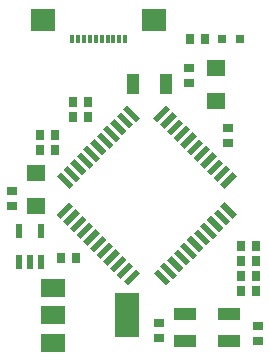
<source format=gtp>
G75*
G70*
%OFA0B0*%
%FSLAX24Y24*%
%IPPOS*%
%LPD*%
%AMOC8*
5,1,8,0,0,1.08239X$1,22.5*
%
%ADD10R,0.0354X0.0276*%
%ADD11R,0.0630X0.0551*%
%ADD12R,0.0276X0.0354*%
%ADD13R,0.0315X0.0315*%
%ADD14R,0.0591X0.0197*%
%ADD15R,0.0197X0.0591*%
%ADD16R,0.0748X0.0433*%
%ADD17R,0.0394X0.0709*%
%ADD18R,0.0217X0.0472*%
%ADD19R,0.0118X0.0315*%
%ADD20R,0.0787X0.0748*%
%ADD21R,0.0787X0.0591*%
%ADD22R,0.0787X0.1496*%
D10*
X000960Y005820D03*
X000960Y006332D03*
X005860Y001932D03*
X005860Y001420D03*
X009160Y001320D03*
X009160Y001832D03*
X008160Y007920D03*
X008160Y008432D03*
X006860Y009920D03*
X006860Y010432D03*
D11*
X007760Y010428D03*
X007760Y009325D03*
X001760Y006928D03*
X001760Y005825D03*
D12*
X001904Y007676D03*
X001904Y008176D03*
X002416Y008176D03*
X002416Y007676D03*
X003004Y008776D03*
X003004Y009276D03*
X003516Y009276D03*
X003516Y008776D03*
X003116Y004076D03*
X002604Y004076D03*
X006904Y011376D03*
X007416Y011376D03*
X008604Y004476D03*
X008604Y003976D03*
X008604Y003476D03*
X008604Y002976D03*
X009116Y002976D03*
X009116Y003476D03*
X009116Y003976D03*
X009116Y004476D03*
D13*
X008555Y011376D03*
X007965Y011376D03*
D14*
G36*
X005093Y008627D02*
X004676Y009042D01*
X004815Y009181D01*
X005232Y008766D01*
X005093Y008627D01*
G37*
G36*
X004871Y008404D02*
X004454Y008819D01*
X004593Y008958D01*
X005010Y008543D01*
X004871Y008404D01*
G37*
G36*
X004648Y008180D02*
X004231Y008595D01*
X004370Y008734D01*
X004787Y008319D01*
X004648Y008180D01*
G37*
G36*
X004426Y007957D02*
X004009Y008372D01*
X004148Y008511D01*
X004565Y008096D01*
X004426Y007957D01*
G37*
G36*
X004204Y007734D02*
X003787Y008149D01*
X003926Y008288D01*
X004343Y007873D01*
X004204Y007734D01*
G37*
G36*
X003982Y007511D02*
X003565Y007926D01*
X003704Y008065D01*
X004121Y007650D01*
X003982Y007511D01*
G37*
G36*
X003759Y007288D02*
X003342Y007703D01*
X003481Y007842D01*
X003898Y007427D01*
X003759Y007288D01*
G37*
G36*
X003537Y007065D02*
X003120Y007480D01*
X003259Y007619D01*
X003676Y007204D01*
X003537Y007065D01*
G37*
G36*
X003315Y006842D02*
X002898Y007257D01*
X003037Y007396D01*
X003454Y006981D01*
X003315Y006842D01*
G37*
G36*
X003092Y006619D02*
X002675Y007034D01*
X002814Y007173D01*
X003231Y006758D01*
X003092Y006619D01*
G37*
G36*
X002870Y006396D02*
X002453Y006811D01*
X002592Y006950D01*
X003009Y006535D01*
X002870Y006396D01*
G37*
G36*
X006105Y003172D02*
X005688Y003587D01*
X005827Y003726D01*
X006244Y003311D01*
X006105Y003172D01*
G37*
G36*
X006327Y003395D02*
X005910Y003810D01*
X006049Y003949D01*
X006466Y003534D01*
X006327Y003395D01*
G37*
G36*
X006550Y003618D02*
X006133Y004033D01*
X006272Y004172D01*
X006689Y003757D01*
X006550Y003618D01*
G37*
G36*
X006772Y003841D02*
X006355Y004256D01*
X006494Y004395D01*
X006911Y003980D01*
X006772Y003841D01*
G37*
G36*
X006994Y004064D02*
X006577Y004479D01*
X006716Y004618D01*
X007133Y004203D01*
X006994Y004064D01*
G37*
G36*
X007216Y004288D02*
X006799Y004703D01*
X006938Y004842D01*
X007355Y004427D01*
X007216Y004288D01*
G37*
G36*
X007439Y004511D02*
X007022Y004926D01*
X007161Y005065D01*
X007578Y004650D01*
X007439Y004511D01*
G37*
G36*
X007661Y004734D02*
X007244Y005149D01*
X007383Y005288D01*
X007800Y004873D01*
X007661Y004734D01*
G37*
G36*
X007883Y004957D02*
X007466Y005372D01*
X007605Y005511D01*
X008022Y005096D01*
X007883Y004957D01*
G37*
G36*
X008106Y005180D02*
X007689Y005595D01*
X007828Y005734D01*
X008245Y005319D01*
X008106Y005180D01*
G37*
G36*
X008328Y005403D02*
X007911Y005818D01*
X008050Y005957D01*
X008467Y005542D01*
X008328Y005403D01*
G37*
D15*
G36*
X008049Y006404D02*
X007910Y006543D01*
X008325Y006960D01*
X008464Y006821D01*
X008049Y006404D01*
G37*
G36*
X007826Y006627D02*
X007687Y006766D01*
X008102Y007183D01*
X008241Y007044D01*
X007826Y006627D01*
G37*
G36*
X007603Y006849D02*
X007464Y006988D01*
X007879Y007405D01*
X008018Y007266D01*
X007603Y006849D01*
G37*
G36*
X007380Y007071D02*
X007241Y007210D01*
X007656Y007627D01*
X007795Y007488D01*
X007380Y007071D01*
G37*
G36*
X007157Y007294D02*
X007018Y007433D01*
X007433Y007850D01*
X007572Y007711D01*
X007157Y007294D01*
G37*
G36*
X006934Y007516D02*
X006795Y007655D01*
X007210Y008072D01*
X007349Y007933D01*
X006934Y007516D01*
G37*
G36*
X006711Y007738D02*
X006572Y007877D01*
X006987Y008294D01*
X007126Y008155D01*
X006711Y007738D01*
G37*
G36*
X006488Y007960D02*
X006349Y008099D01*
X006764Y008516D01*
X006903Y008377D01*
X006488Y007960D01*
G37*
G36*
X006265Y008183D02*
X006126Y008322D01*
X006541Y008739D01*
X006680Y008600D01*
X006265Y008183D01*
G37*
G36*
X006041Y008405D02*
X005902Y008544D01*
X006317Y008961D01*
X006456Y008822D01*
X006041Y008405D01*
G37*
G36*
X005818Y008627D02*
X005679Y008766D01*
X006094Y009183D01*
X006233Y009044D01*
X005818Y008627D01*
G37*
G36*
X003264Y004726D02*
X003125Y004865D01*
X003540Y005282D01*
X003679Y005143D01*
X003264Y004726D01*
G37*
G36*
X003487Y004503D02*
X003348Y004642D01*
X003763Y005059D01*
X003902Y004920D01*
X003487Y004503D01*
G37*
G36*
X003710Y004281D02*
X003571Y004420D01*
X003986Y004837D01*
X004125Y004698D01*
X003710Y004281D01*
G37*
G36*
X003933Y004059D02*
X003794Y004198D01*
X004209Y004615D01*
X004348Y004476D01*
X003933Y004059D01*
G37*
G36*
X004156Y003836D02*
X004017Y003975D01*
X004432Y004392D01*
X004571Y004253D01*
X004156Y003836D01*
G37*
G36*
X004379Y003614D02*
X004240Y003753D01*
X004655Y004170D01*
X004794Y004031D01*
X004379Y003614D01*
G37*
G36*
X004603Y003392D02*
X004464Y003531D01*
X004879Y003948D01*
X005018Y003809D01*
X004603Y003392D01*
G37*
G36*
X004826Y003169D02*
X004687Y003308D01*
X005102Y003725D01*
X005241Y003586D01*
X004826Y003169D01*
G37*
G36*
X003041Y004948D02*
X002902Y005087D01*
X003317Y005504D01*
X003456Y005365D01*
X003041Y004948D01*
G37*
G36*
X002818Y005170D02*
X002679Y005309D01*
X003094Y005726D01*
X003233Y005587D01*
X002818Y005170D01*
G37*
G36*
X002595Y005392D02*
X002456Y005531D01*
X002871Y005948D01*
X003010Y005809D01*
X002595Y005392D01*
G37*
D16*
X006732Y002229D03*
X006732Y001324D03*
X008188Y001324D03*
X008188Y002229D03*
D17*
X006111Y009876D03*
X005009Y009876D03*
D18*
X001934Y004988D03*
X001934Y003965D03*
X001560Y003965D03*
X001186Y003965D03*
X001186Y004988D03*
D19*
X002974Y011392D03*
X003171Y011392D03*
X003368Y011392D03*
X003565Y011392D03*
X003762Y011392D03*
X003958Y011392D03*
X004155Y011392D03*
X004352Y011392D03*
X004549Y011392D03*
X004746Y011392D03*
D20*
X005710Y012022D03*
X002010Y012022D03*
D21*
X002320Y001271D03*
X002320Y002176D03*
X002320Y003082D03*
D22*
X004800Y002176D03*
M02*

</source>
